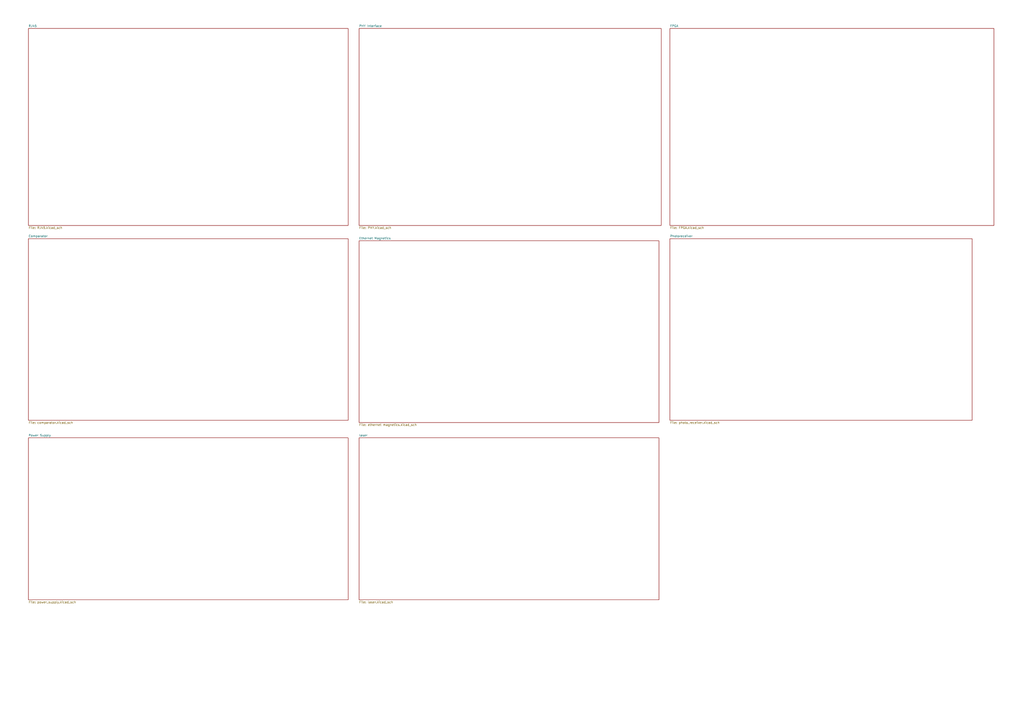
<source format=kicad_sch>
(kicad_sch (version 20211123) (generator eeschema)
  (paper "A2")
  (lib_symbols)
  (sheet (at 16.51 254) (size 185.42 93.98) (stroke (width 0.1524))
    (property "Sheet name" "Power Supply" (at 16.51 253.2884 0) (effects (justify left bottom)))
    (property "Sheet file" "power_supply.kicad_sch" (at 16.51 348.5646 0) (effects (justify left top)))
  )
  (sheet (at 208.28 254) (size 173.99 93.98) (stroke (width 0.1524))
    (property "Sheet name" "laser" (at 208.28 253.2884 0) (effects (justify left bottom)))
    (property "Sheet file" "laser.kicad_sch" (at 208.28 348.5646 0) (effects (justify left top)))
  )
  (sheet (at 16.51 16.51) (size 185.42 114.3) (stroke (width 0.1524))
    (property "Sheet name" "RJ45" (at 16.51 15.7984 0) (effects (justify left bottom)))
    (property "Sheet file" "RJ45.kicad_sch" (at 16.51 131.3946 0) (effects (justify left top)))
  )
  (sheet (at 16.51 138.43) (size 185.42 105.41) (stroke (width 0.1524))
    (property "Sheet name" "Comparator" (at 16.51 137.7184 0) (effects (justify left bottom)))
    (property "Sheet file" "comparator.kicad_sch" (at 16.51 244.4246 0) (effects (justify left top)))
  )
  (sheet (at 208.28 16.51) (size 175.26 114.3) (stroke (width 0.1524))
    (property "Sheet name" "PHY Interface" (at 208.28 15.7984 0) (effects (justify left bottom)))
    (property "Sheet file" "PHY.kicad_sch" (at 208.28 131.3946 0) (effects (justify left top)))
  )
  (sheet (at 388.62 16.51) (size 187.96 114.3) (stroke (width 0.1524))
    (property "Sheet name" "FPGA" (at 388.62 15.7984 0) (effects (justify left bottom)))
    (property "Sheet file" "FPGA.kicad_sch" (at 388.62 131.3946 0) (effects (justify left top)))
  )
  (sheet (at 208.28 139.7) (size 173.99 105.41) (stroke (width 0.1524))
    (property "Sheet name" "Ethernet Magnetics" (at 208.28 138.9884 0) (effects (justify left bottom)))
    (property "Sheet file" "ethernet magnetics.kicad_sch" (at 208.28 245.6946 0) (effects (justify left top)))
  )
  (sheet (at 388.62 138.43) (size 175.26 105.41) (stroke (width 0.1524))
    (property "Sheet name" "Photoreceiver" (at 388.62 137.7184 0) (effects (justify left bottom)))
    (property "Sheet file" "photo_receiver.kicad_sch" (at 388.62 244.4246 0) (effects (justify left top)))
  )
)
</source>
